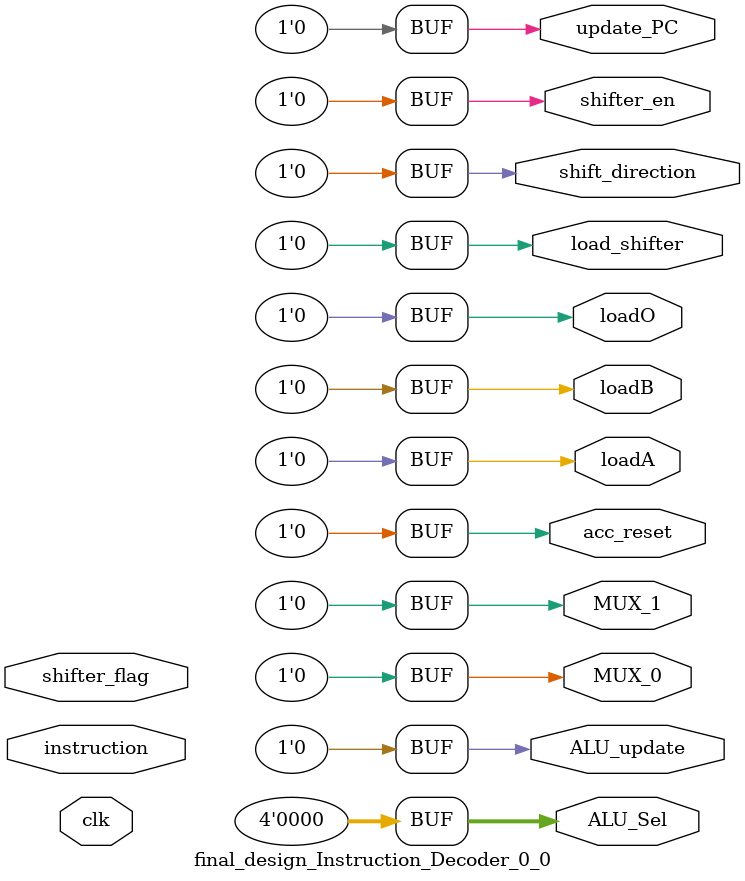
<source format=v>
module final_design_Instruction_Decoder_0_0(	// file.cleaned.mlir:2:3
  input  [3:0] instruction,	// file.cleaned.mlir:2:54
  input        clk,	// file.cleaned.mlir:2:76
               shifter_flag,	// file.cleaned.mlir:2:90
  output       loadA,	// file.cleaned.mlir:2:114
               loadB,	// file.cleaned.mlir:2:130
               loadO,	// file.cleaned.mlir:2:146
               MUX_0,	// file.cleaned.mlir:2:162
               MUX_1,	// file.cleaned.mlir:2:178
               shift_direction,	// file.cleaned.mlir:2:194
               shifter_en,	// file.cleaned.mlir:2:220
               load_shifter,	// file.cleaned.mlir:2:241
  output [3:0] ALU_Sel,	// file.cleaned.mlir:2:264
  output       ALU_update,	// file.cleaned.mlir:2:282
               update_PC,	// file.cleaned.mlir:2:303
               acc_reset	// file.cleaned.mlir:2:323
);

  assign loadA = 1'h0;	// file.cleaned.mlir:3:14, :5:5
  assign loadB = 1'h0;	// file.cleaned.mlir:3:14, :5:5
  assign loadO = 1'h0;	// file.cleaned.mlir:3:14, :5:5
  assign MUX_0 = 1'h0;	// file.cleaned.mlir:3:14, :5:5
  assign MUX_1 = 1'h0;	// file.cleaned.mlir:3:14, :5:5
  assign shift_direction = 1'h0;	// file.cleaned.mlir:3:14, :5:5
  assign shifter_en = 1'h0;	// file.cleaned.mlir:3:14, :5:5
  assign load_shifter = 1'h0;	// file.cleaned.mlir:3:14, :5:5
  assign ALU_Sel = 4'h0;	// file.cleaned.mlir:4:14, :5:5
  assign ALU_update = 1'h0;	// file.cleaned.mlir:3:14, :5:5
  assign update_PC = 1'h0;	// file.cleaned.mlir:3:14, :5:5
  assign acc_reset = 1'h0;	// file.cleaned.mlir:3:14, :5:5
endmodule


</source>
